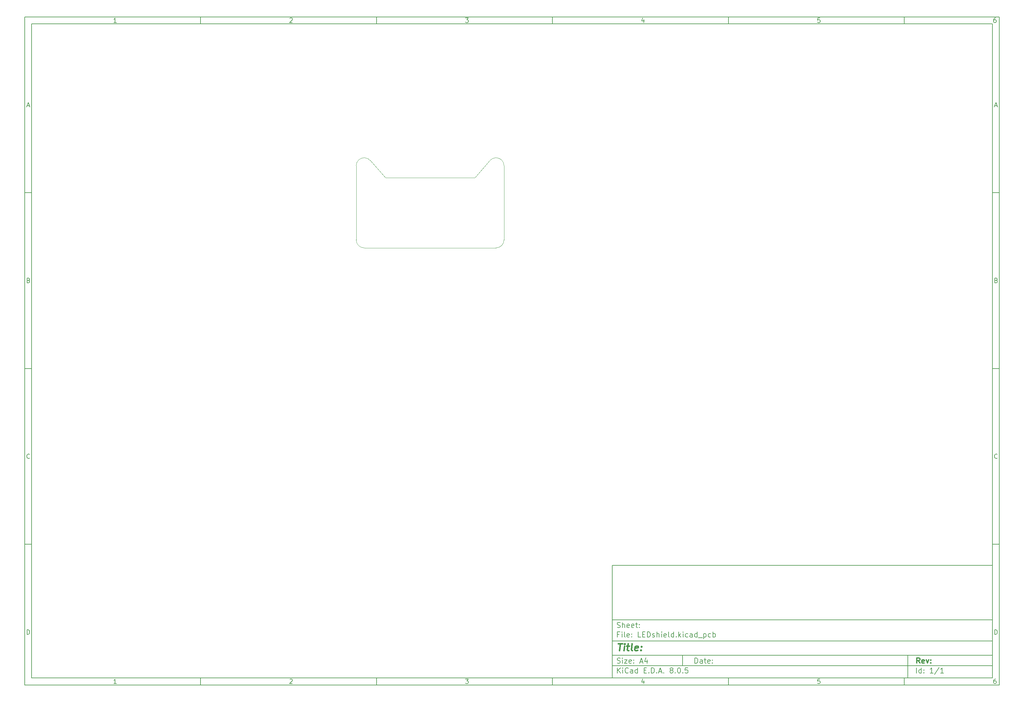
<source format=gbr>
%TF.GenerationSoftware,KiCad,Pcbnew,8.0.5*%
%TF.CreationDate,2024-11-03T22:21:08+08:00*%
%TF.ProjectId,LEDshield,4c454473-6869-4656-9c64-2e6b69636164,rev?*%
%TF.SameCoordinates,Original*%
%TF.FileFunction,Profile,NP*%
%FSLAX46Y46*%
G04 Gerber Fmt 4.6, Leading zero omitted, Abs format (unit mm)*
G04 Created by KiCad (PCBNEW 8.0.5) date 2024-11-03 22:21:08*
%MOMM*%
%LPD*%
G01*
G04 APERTURE LIST*
%ADD10C,0.100000*%
%ADD11C,0.150000*%
%ADD12C,0.300000*%
%ADD13C,0.400000*%
%TA.AperFunction,Profile*%
%ADD14C,0.050000*%
%TD*%
G04 APERTURE END LIST*
D10*
D11*
X177002200Y-166007200D02*
X285002200Y-166007200D01*
X285002200Y-198007200D01*
X177002200Y-198007200D01*
X177002200Y-166007200D01*
D10*
D11*
X10000000Y-10000000D02*
X287002200Y-10000000D01*
X287002200Y-200007200D01*
X10000000Y-200007200D01*
X10000000Y-10000000D01*
D10*
D11*
X12000000Y-12000000D02*
X285002200Y-12000000D01*
X285002200Y-198007200D01*
X12000000Y-198007200D01*
X12000000Y-12000000D01*
D10*
D11*
X60000000Y-12000000D02*
X60000000Y-10000000D01*
D10*
D11*
X110000000Y-12000000D02*
X110000000Y-10000000D01*
D10*
D11*
X160000000Y-12000000D02*
X160000000Y-10000000D01*
D10*
D11*
X210000000Y-12000000D02*
X210000000Y-10000000D01*
D10*
D11*
X260000000Y-12000000D02*
X260000000Y-10000000D01*
D10*
D11*
X36089160Y-11593604D02*
X35346303Y-11593604D01*
X35717731Y-11593604D02*
X35717731Y-10293604D01*
X35717731Y-10293604D02*
X35593922Y-10479319D01*
X35593922Y-10479319D02*
X35470112Y-10603128D01*
X35470112Y-10603128D02*
X35346303Y-10665033D01*
D10*
D11*
X85346303Y-10417414D02*
X85408207Y-10355509D01*
X85408207Y-10355509D02*
X85532017Y-10293604D01*
X85532017Y-10293604D02*
X85841541Y-10293604D01*
X85841541Y-10293604D02*
X85965350Y-10355509D01*
X85965350Y-10355509D02*
X86027255Y-10417414D01*
X86027255Y-10417414D02*
X86089160Y-10541223D01*
X86089160Y-10541223D02*
X86089160Y-10665033D01*
X86089160Y-10665033D02*
X86027255Y-10850747D01*
X86027255Y-10850747D02*
X85284398Y-11593604D01*
X85284398Y-11593604D02*
X86089160Y-11593604D01*
D10*
D11*
X135284398Y-10293604D02*
X136089160Y-10293604D01*
X136089160Y-10293604D02*
X135655826Y-10788842D01*
X135655826Y-10788842D02*
X135841541Y-10788842D01*
X135841541Y-10788842D02*
X135965350Y-10850747D01*
X135965350Y-10850747D02*
X136027255Y-10912652D01*
X136027255Y-10912652D02*
X136089160Y-11036461D01*
X136089160Y-11036461D02*
X136089160Y-11345985D01*
X136089160Y-11345985D02*
X136027255Y-11469795D01*
X136027255Y-11469795D02*
X135965350Y-11531700D01*
X135965350Y-11531700D02*
X135841541Y-11593604D01*
X135841541Y-11593604D02*
X135470112Y-11593604D01*
X135470112Y-11593604D02*
X135346303Y-11531700D01*
X135346303Y-11531700D02*
X135284398Y-11469795D01*
D10*
D11*
X185965350Y-10726938D02*
X185965350Y-11593604D01*
X185655826Y-10231700D02*
X185346303Y-11160271D01*
X185346303Y-11160271D02*
X186151064Y-11160271D01*
D10*
D11*
X236027255Y-10293604D02*
X235408207Y-10293604D01*
X235408207Y-10293604D02*
X235346303Y-10912652D01*
X235346303Y-10912652D02*
X235408207Y-10850747D01*
X235408207Y-10850747D02*
X235532017Y-10788842D01*
X235532017Y-10788842D02*
X235841541Y-10788842D01*
X235841541Y-10788842D02*
X235965350Y-10850747D01*
X235965350Y-10850747D02*
X236027255Y-10912652D01*
X236027255Y-10912652D02*
X236089160Y-11036461D01*
X236089160Y-11036461D02*
X236089160Y-11345985D01*
X236089160Y-11345985D02*
X236027255Y-11469795D01*
X236027255Y-11469795D02*
X235965350Y-11531700D01*
X235965350Y-11531700D02*
X235841541Y-11593604D01*
X235841541Y-11593604D02*
X235532017Y-11593604D01*
X235532017Y-11593604D02*
X235408207Y-11531700D01*
X235408207Y-11531700D02*
X235346303Y-11469795D01*
D10*
D11*
X285965350Y-10293604D02*
X285717731Y-10293604D01*
X285717731Y-10293604D02*
X285593922Y-10355509D01*
X285593922Y-10355509D02*
X285532017Y-10417414D01*
X285532017Y-10417414D02*
X285408207Y-10603128D01*
X285408207Y-10603128D02*
X285346303Y-10850747D01*
X285346303Y-10850747D02*
X285346303Y-11345985D01*
X285346303Y-11345985D02*
X285408207Y-11469795D01*
X285408207Y-11469795D02*
X285470112Y-11531700D01*
X285470112Y-11531700D02*
X285593922Y-11593604D01*
X285593922Y-11593604D02*
X285841541Y-11593604D01*
X285841541Y-11593604D02*
X285965350Y-11531700D01*
X285965350Y-11531700D02*
X286027255Y-11469795D01*
X286027255Y-11469795D02*
X286089160Y-11345985D01*
X286089160Y-11345985D02*
X286089160Y-11036461D01*
X286089160Y-11036461D02*
X286027255Y-10912652D01*
X286027255Y-10912652D02*
X285965350Y-10850747D01*
X285965350Y-10850747D02*
X285841541Y-10788842D01*
X285841541Y-10788842D02*
X285593922Y-10788842D01*
X285593922Y-10788842D02*
X285470112Y-10850747D01*
X285470112Y-10850747D02*
X285408207Y-10912652D01*
X285408207Y-10912652D02*
X285346303Y-11036461D01*
D10*
D11*
X60000000Y-198007200D02*
X60000000Y-200007200D01*
D10*
D11*
X110000000Y-198007200D02*
X110000000Y-200007200D01*
D10*
D11*
X160000000Y-198007200D02*
X160000000Y-200007200D01*
D10*
D11*
X210000000Y-198007200D02*
X210000000Y-200007200D01*
D10*
D11*
X260000000Y-198007200D02*
X260000000Y-200007200D01*
D10*
D11*
X36089160Y-199600804D02*
X35346303Y-199600804D01*
X35717731Y-199600804D02*
X35717731Y-198300804D01*
X35717731Y-198300804D02*
X35593922Y-198486519D01*
X35593922Y-198486519D02*
X35470112Y-198610328D01*
X35470112Y-198610328D02*
X35346303Y-198672233D01*
D10*
D11*
X85346303Y-198424614D02*
X85408207Y-198362709D01*
X85408207Y-198362709D02*
X85532017Y-198300804D01*
X85532017Y-198300804D02*
X85841541Y-198300804D01*
X85841541Y-198300804D02*
X85965350Y-198362709D01*
X85965350Y-198362709D02*
X86027255Y-198424614D01*
X86027255Y-198424614D02*
X86089160Y-198548423D01*
X86089160Y-198548423D02*
X86089160Y-198672233D01*
X86089160Y-198672233D02*
X86027255Y-198857947D01*
X86027255Y-198857947D02*
X85284398Y-199600804D01*
X85284398Y-199600804D02*
X86089160Y-199600804D01*
D10*
D11*
X135284398Y-198300804D02*
X136089160Y-198300804D01*
X136089160Y-198300804D02*
X135655826Y-198796042D01*
X135655826Y-198796042D02*
X135841541Y-198796042D01*
X135841541Y-198796042D02*
X135965350Y-198857947D01*
X135965350Y-198857947D02*
X136027255Y-198919852D01*
X136027255Y-198919852D02*
X136089160Y-199043661D01*
X136089160Y-199043661D02*
X136089160Y-199353185D01*
X136089160Y-199353185D02*
X136027255Y-199476995D01*
X136027255Y-199476995D02*
X135965350Y-199538900D01*
X135965350Y-199538900D02*
X135841541Y-199600804D01*
X135841541Y-199600804D02*
X135470112Y-199600804D01*
X135470112Y-199600804D02*
X135346303Y-199538900D01*
X135346303Y-199538900D02*
X135284398Y-199476995D01*
D10*
D11*
X185965350Y-198734138D02*
X185965350Y-199600804D01*
X185655826Y-198238900D02*
X185346303Y-199167471D01*
X185346303Y-199167471D02*
X186151064Y-199167471D01*
D10*
D11*
X236027255Y-198300804D02*
X235408207Y-198300804D01*
X235408207Y-198300804D02*
X235346303Y-198919852D01*
X235346303Y-198919852D02*
X235408207Y-198857947D01*
X235408207Y-198857947D02*
X235532017Y-198796042D01*
X235532017Y-198796042D02*
X235841541Y-198796042D01*
X235841541Y-198796042D02*
X235965350Y-198857947D01*
X235965350Y-198857947D02*
X236027255Y-198919852D01*
X236027255Y-198919852D02*
X236089160Y-199043661D01*
X236089160Y-199043661D02*
X236089160Y-199353185D01*
X236089160Y-199353185D02*
X236027255Y-199476995D01*
X236027255Y-199476995D02*
X235965350Y-199538900D01*
X235965350Y-199538900D02*
X235841541Y-199600804D01*
X235841541Y-199600804D02*
X235532017Y-199600804D01*
X235532017Y-199600804D02*
X235408207Y-199538900D01*
X235408207Y-199538900D02*
X235346303Y-199476995D01*
D10*
D11*
X285965350Y-198300804D02*
X285717731Y-198300804D01*
X285717731Y-198300804D02*
X285593922Y-198362709D01*
X285593922Y-198362709D02*
X285532017Y-198424614D01*
X285532017Y-198424614D02*
X285408207Y-198610328D01*
X285408207Y-198610328D02*
X285346303Y-198857947D01*
X285346303Y-198857947D02*
X285346303Y-199353185D01*
X285346303Y-199353185D02*
X285408207Y-199476995D01*
X285408207Y-199476995D02*
X285470112Y-199538900D01*
X285470112Y-199538900D02*
X285593922Y-199600804D01*
X285593922Y-199600804D02*
X285841541Y-199600804D01*
X285841541Y-199600804D02*
X285965350Y-199538900D01*
X285965350Y-199538900D02*
X286027255Y-199476995D01*
X286027255Y-199476995D02*
X286089160Y-199353185D01*
X286089160Y-199353185D02*
X286089160Y-199043661D01*
X286089160Y-199043661D02*
X286027255Y-198919852D01*
X286027255Y-198919852D02*
X285965350Y-198857947D01*
X285965350Y-198857947D02*
X285841541Y-198796042D01*
X285841541Y-198796042D02*
X285593922Y-198796042D01*
X285593922Y-198796042D02*
X285470112Y-198857947D01*
X285470112Y-198857947D02*
X285408207Y-198919852D01*
X285408207Y-198919852D02*
X285346303Y-199043661D01*
D10*
D11*
X10000000Y-60000000D02*
X12000000Y-60000000D01*
D10*
D11*
X10000000Y-110000000D02*
X12000000Y-110000000D01*
D10*
D11*
X10000000Y-160000000D02*
X12000000Y-160000000D01*
D10*
D11*
X10690476Y-35222176D02*
X11309523Y-35222176D01*
X10566666Y-35593604D02*
X10999999Y-34293604D01*
X10999999Y-34293604D02*
X11433333Y-35593604D01*
D10*
D11*
X11092857Y-84912652D02*
X11278571Y-84974557D01*
X11278571Y-84974557D02*
X11340476Y-85036461D01*
X11340476Y-85036461D02*
X11402380Y-85160271D01*
X11402380Y-85160271D02*
X11402380Y-85345985D01*
X11402380Y-85345985D02*
X11340476Y-85469795D01*
X11340476Y-85469795D02*
X11278571Y-85531700D01*
X11278571Y-85531700D02*
X11154761Y-85593604D01*
X11154761Y-85593604D02*
X10659523Y-85593604D01*
X10659523Y-85593604D02*
X10659523Y-84293604D01*
X10659523Y-84293604D02*
X11092857Y-84293604D01*
X11092857Y-84293604D02*
X11216666Y-84355509D01*
X11216666Y-84355509D02*
X11278571Y-84417414D01*
X11278571Y-84417414D02*
X11340476Y-84541223D01*
X11340476Y-84541223D02*
X11340476Y-84665033D01*
X11340476Y-84665033D02*
X11278571Y-84788842D01*
X11278571Y-84788842D02*
X11216666Y-84850747D01*
X11216666Y-84850747D02*
X11092857Y-84912652D01*
X11092857Y-84912652D02*
X10659523Y-84912652D01*
D10*
D11*
X11402380Y-135469795D02*
X11340476Y-135531700D01*
X11340476Y-135531700D02*
X11154761Y-135593604D01*
X11154761Y-135593604D02*
X11030952Y-135593604D01*
X11030952Y-135593604D02*
X10845238Y-135531700D01*
X10845238Y-135531700D02*
X10721428Y-135407890D01*
X10721428Y-135407890D02*
X10659523Y-135284080D01*
X10659523Y-135284080D02*
X10597619Y-135036461D01*
X10597619Y-135036461D02*
X10597619Y-134850747D01*
X10597619Y-134850747D02*
X10659523Y-134603128D01*
X10659523Y-134603128D02*
X10721428Y-134479319D01*
X10721428Y-134479319D02*
X10845238Y-134355509D01*
X10845238Y-134355509D02*
X11030952Y-134293604D01*
X11030952Y-134293604D02*
X11154761Y-134293604D01*
X11154761Y-134293604D02*
X11340476Y-134355509D01*
X11340476Y-134355509D02*
X11402380Y-134417414D01*
D10*
D11*
X10659523Y-185593604D02*
X10659523Y-184293604D01*
X10659523Y-184293604D02*
X10969047Y-184293604D01*
X10969047Y-184293604D02*
X11154761Y-184355509D01*
X11154761Y-184355509D02*
X11278571Y-184479319D01*
X11278571Y-184479319D02*
X11340476Y-184603128D01*
X11340476Y-184603128D02*
X11402380Y-184850747D01*
X11402380Y-184850747D02*
X11402380Y-185036461D01*
X11402380Y-185036461D02*
X11340476Y-185284080D01*
X11340476Y-185284080D02*
X11278571Y-185407890D01*
X11278571Y-185407890D02*
X11154761Y-185531700D01*
X11154761Y-185531700D02*
X10969047Y-185593604D01*
X10969047Y-185593604D02*
X10659523Y-185593604D01*
D10*
D11*
X287002200Y-60000000D02*
X285002200Y-60000000D01*
D10*
D11*
X287002200Y-110000000D02*
X285002200Y-110000000D01*
D10*
D11*
X287002200Y-160000000D02*
X285002200Y-160000000D01*
D10*
D11*
X285692676Y-35222176D02*
X286311723Y-35222176D01*
X285568866Y-35593604D02*
X286002199Y-34293604D01*
X286002199Y-34293604D02*
X286435533Y-35593604D01*
D10*
D11*
X286095057Y-84912652D02*
X286280771Y-84974557D01*
X286280771Y-84974557D02*
X286342676Y-85036461D01*
X286342676Y-85036461D02*
X286404580Y-85160271D01*
X286404580Y-85160271D02*
X286404580Y-85345985D01*
X286404580Y-85345985D02*
X286342676Y-85469795D01*
X286342676Y-85469795D02*
X286280771Y-85531700D01*
X286280771Y-85531700D02*
X286156961Y-85593604D01*
X286156961Y-85593604D02*
X285661723Y-85593604D01*
X285661723Y-85593604D02*
X285661723Y-84293604D01*
X285661723Y-84293604D02*
X286095057Y-84293604D01*
X286095057Y-84293604D02*
X286218866Y-84355509D01*
X286218866Y-84355509D02*
X286280771Y-84417414D01*
X286280771Y-84417414D02*
X286342676Y-84541223D01*
X286342676Y-84541223D02*
X286342676Y-84665033D01*
X286342676Y-84665033D02*
X286280771Y-84788842D01*
X286280771Y-84788842D02*
X286218866Y-84850747D01*
X286218866Y-84850747D02*
X286095057Y-84912652D01*
X286095057Y-84912652D02*
X285661723Y-84912652D01*
D10*
D11*
X286404580Y-135469795D02*
X286342676Y-135531700D01*
X286342676Y-135531700D02*
X286156961Y-135593604D01*
X286156961Y-135593604D02*
X286033152Y-135593604D01*
X286033152Y-135593604D02*
X285847438Y-135531700D01*
X285847438Y-135531700D02*
X285723628Y-135407890D01*
X285723628Y-135407890D02*
X285661723Y-135284080D01*
X285661723Y-135284080D02*
X285599819Y-135036461D01*
X285599819Y-135036461D02*
X285599819Y-134850747D01*
X285599819Y-134850747D02*
X285661723Y-134603128D01*
X285661723Y-134603128D02*
X285723628Y-134479319D01*
X285723628Y-134479319D02*
X285847438Y-134355509D01*
X285847438Y-134355509D02*
X286033152Y-134293604D01*
X286033152Y-134293604D02*
X286156961Y-134293604D01*
X286156961Y-134293604D02*
X286342676Y-134355509D01*
X286342676Y-134355509D02*
X286404580Y-134417414D01*
D10*
D11*
X285661723Y-185593604D02*
X285661723Y-184293604D01*
X285661723Y-184293604D02*
X285971247Y-184293604D01*
X285971247Y-184293604D02*
X286156961Y-184355509D01*
X286156961Y-184355509D02*
X286280771Y-184479319D01*
X286280771Y-184479319D02*
X286342676Y-184603128D01*
X286342676Y-184603128D02*
X286404580Y-184850747D01*
X286404580Y-184850747D02*
X286404580Y-185036461D01*
X286404580Y-185036461D02*
X286342676Y-185284080D01*
X286342676Y-185284080D02*
X286280771Y-185407890D01*
X286280771Y-185407890D02*
X286156961Y-185531700D01*
X286156961Y-185531700D02*
X285971247Y-185593604D01*
X285971247Y-185593604D02*
X285661723Y-185593604D01*
D10*
D11*
X200458026Y-193793328D02*
X200458026Y-192293328D01*
X200458026Y-192293328D02*
X200815169Y-192293328D01*
X200815169Y-192293328D02*
X201029455Y-192364757D01*
X201029455Y-192364757D02*
X201172312Y-192507614D01*
X201172312Y-192507614D02*
X201243741Y-192650471D01*
X201243741Y-192650471D02*
X201315169Y-192936185D01*
X201315169Y-192936185D02*
X201315169Y-193150471D01*
X201315169Y-193150471D02*
X201243741Y-193436185D01*
X201243741Y-193436185D02*
X201172312Y-193579042D01*
X201172312Y-193579042D02*
X201029455Y-193721900D01*
X201029455Y-193721900D02*
X200815169Y-193793328D01*
X200815169Y-193793328D02*
X200458026Y-193793328D01*
X202600884Y-193793328D02*
X202600884Y-193007614D01*
X202600884Y-193007614D02*
X202529455Y-192864757D01*
X202529455Y-192864757D02*
X202386598Y-192793328D01*
X202386598Y-192793328D02*
X202100884Y-192793328D01*
X202100884Y-192793328D02*
X201958026Y-192864757D01*
X202600884Y-193721900D02*
X202458026Y-193793328D01*
X202458026Y-193793328D02*
X202100884Y-193793328D01*
X202100884Y-193793328D02*
X201958026Y-193721900D01*
X201958026Y-193721900D02*
X201886598Y-193579042D01*
X201886598Y-193579042D02*
X201886598Y-193436185D01*
X201886598Y-193436185D02*
X201958026Y-193293328D01*
X201958026Y-193293328D02*
X202100884Y-193221900D01*
X202100884Y-193221900D02*
X202458026Y-193221900D01*
X202458026Y-193221900D02*
X202600884Y-193150471D01*
X203100884Y-192793328D02*
X203672312Y-192793328D01*
X203315169Y-192293328D02*
X203315169Y-193579042D01*
X203315169Y-193579042D02*
X203386598Y-193721900D01*
X203386598Y-193721900D02*
X203529455Y-193793328D01*
X203529455Y-193793328D02*
X203672312Y-193793328D01*
X204743741Y-193721900D02*
X204600884Y-193793328D01*
X204600884Y-193793328D02*
X204315170Y-193793328D01*
X204315170Y-193793328D02*
X204172312Y-193721900D01*
X204172312Y-193721900D02*
X204100884Y-193579042D01*
X204100884Y-193579042D02*
X204100884Y-193007614D01*
X204100884Y-193007614D02*
X204172312Y-192864757D01*
X204172312Y-192864757D02*
X204315170Y-192793328D01*
X204315170Y-192793328D02*
X204600884Y-192793328D01*
X204600884Y-192793328D02*
X204743741Y-192864757D01*
X204743741Y-192864757D02*
X204815170Y-193007614D01*
X204815170Y-193007614D02*
X204815170Y-193150471D01*
X204815170Y-193150471D02*
X204100884Y-193293328D01*
X205458026Y-193650471D02*
X205529455Y-193721900D01*
X205529455Y-193721900D02*
X205458026Y-193793328D01*
X205458026Y-193793328D02*
X205386598Y-193721900D01*
X205386598Y-193721900D02*
X205458026Y-193650471D01*
X205458026Y-193650471D02*
X205458026Y-193793328D01*
X205458026Y-192864757D02*
X205529455Y-192936185D01*
X205529455Y-192936185D02*
X205458026Y-193007614D01*
X205458026Y-193007614D02*
X205386598Y-192936185D01*
X205386598Y-192936185D02*
X205458026Y-192864757D01*
X205458026Y-192864757D02*
X205458026Y-193007614D01*
D10*
D11*
X177002200Y-194507200D02*
X285002200Y-194507200D01*
D10*
D11*
X178458026Y-196593328D02*
X178458026Y-195093328D01*
X179315169Y-196593328D02*
X178672312Y-195736185D01*
X179315169Y-195093328D02*
X178458026Y-195950471D01*
X179958026Y-196593328D02*
X179958026Y-195593328D01*
X179958026Y-195093328D02*
X179886598Y-195164757D01*
X179886598Y-195164757D02*
X179958026Y-195236185D01*
X179958026Y-195236185D02*
X180029455Y-195164757D01*
X180029455Y-195164757D02*
X179958026Y-195093328D01*
X179958026Y-195093328D02*
X179958026Y-195236185D01*
X181529455Y-196450471D02*
X181458027Y-196521900D01*
X181458027Y-196521900D02*
X181243741Y-196593328D01*
X181243741Y-196593328D02*
X181100884Y-196593328D01*
X181100884Y-196593328D02*
X180886598Y-196521900D01*
X180886598Y-196521900D02*
X180743741Y-196379042D01*
X180743741Y-196379042D02*
X180672312Y-196236185D01*
X180672312Y-196236185D02*
X180600884Y-195950471D01*
X180600884Y-195950471D02*
X180600884Y-195736185D01*
X180600884Y-195736185D02*
X180672312Y-195450471D01*
X180672312Y-195450471D02*
X180743741Y-195307614D01*
X180743741Y-195307614D02*
X180886598Y-195164757D01*
X180886598Y-195164757D02*
X181100884Y-195093328D01*
X181100884Y-195093328D02*
X181243741Y-195093328D01*
X181243741Y-195093328D02*
X181458027Y-195164757D01*
X181458027Y-195164757D02*
X181529455Y-195236185D01*
X182815170Y-196593328D02*
X182815170Y-195807614D01*
X182815170Y-195807614D02*
X182743741Y-195664757D01*
X182743741Y-195664757D02*
X182600884Y-195593328D01*
X182600884Y-195593328D02*
X182315170Y-195593328D01*
X182315170Y-195593328D02*
X182172312Y-195664757D01*
X182815170Y-196521900D02*
X182672312Y-196593328D01*
X182672312Y-196593328D02*
X182315170Y-196593328D01*
X182315170Y-196593328D02*
X182172312Y-196521900D01*
X182172312Y-196521900D02*
X182100884Y-196379042D01*
X182100884Y-196379042D02*
X182100884Y-196236185D01*
X182100884Y-196236185D02*
X182172312Y-196093328D01*
X182172312Y-196093328D02*
X182315170Y-196021900D01*
X182315170Y-196021900D02*
X182672312Y-196021900D01*
X182672312Y-196021900D02*
X182815170Y-195950471D01*
X184172313Y-196593328D02*
X184172313Y-195093328D01*
X184172313Y-196521900D02*
X184029455Y-196593328D01*
X184029455Y-196593328D02*
X183743741Y-196593328D01*
X183743741Y-196593328D02*
X183600884Y-196521900D01*
X183600884Y-196521900D02*
X183529455Y-196450471D01*
X183529455Y-196450471D02*
X183458027Y-196307614D01*
X183458027Y-196307614D02*
X183458027Y-195879042D01*
X183458027Y-195879042D02*
X183529455Y-195736185D01*
X183529455Y-195736185D02*
X183600884Y-195664757D01*
X183600884Y-195664757D02*
X183743741Y-195593328D01*
X183743741Y-195593328D02*
X184029455Y-195593328D01*
X184029455Y-195593328D02*
X184172313Y-195664757D01*
X186029455Y-195807614D02*
X186529455Y-195807614D01*
X186743741Y-196593328D02*
X186029455Y-196593328D01*
X186029455Y-196593328D02*
X186029455Y-195093328D01*
X186029455Y-195093328D02*
X186743741Y-195093328D01*
X187386598Y-196450471D02*
X187458027Y-196521900D01*
X187458027Y-196521900D02*
X187386598Y-196593328D01*
X187386598Y-196593328D02*
X187315170Y-196521900D01*
X187315170Y-196521900D02*
X187386598Y-196450471D01*
X187386598Y-196450471D02*
X187386598Y-196593328D01*
X188100884Y-196593328D02*
X188100884Y-195093328D01*
X188100884Y-195093328D02*
X188458027Y-195093328D01*
X188458027Y-195093328D02*
X188672313Y-195164757D01*
X188672313Y-195164757D02*
X188815170Y-195307614D01*
X188815170Y-195307614D02*
X188886599Y-195450471D01*
X188886599Y-195450471D02*
X188958027Y-195736185D01*
X188958027Y-195736185D02*
X188958027Y-195950471D01*
X188958027Y-195950471D02*
X188886599Y-196236185D01*
X188886599Y-196236185D02*
X188815170Y-196379042D01*
X188815170Y-196379042D02*
X188672313Y-196521900D01*
X188672313Y-196521900D02*
X188458027Y-196593328D01*
X188458027Y-196593328D02*
X188100884Y-196593328D01*
X189600884Y-196450471D02*
X189672313Y-196521900D01*
X189672313Y-196521900D02*
X189600884Y-196593328D01*
X189600884Y-196593328D02*
X189529456Y-196521900D01*
X189529456Y-196521900D02*
X189600884Y-196450471D01*
X189600884Y-196450471D02*
X189600884Y-196593328D01*
X190243742Y-196164757D02*
X190958028Y-196164757D01*
X190100885Y-196593328D02*
X190600885Y-195093328D01*
X190600885Y-195093328D02*
X191100885Y-196593328D01*
X191600884Y-196450471D02*
X191672313Y-196521900D01*
X191672313Y-196521900D02*
X191600884Y-196593328D01*
X191600884Y-196593328D02*
X191529456Y-196521900D01*
X191529456Y-196521900D02*
X191600884Y-196450471D01*
X191600884Y-196450471D02*
X191600884Y-196593328D01*
X193672313Y-195736185D02*
X193529456Y-195664757D01*
X193529456Y-195664757D02*
X193458027Y-195593328D01*
X193458027Y-195593328D02*
X193386599Y-195450471D01*
X193386599Y-195450471D02*
X193386599Y-195379042D01*
X193386599Y-195379042D02*
X193458027Y-195236185D01*
X193458027Y-195236185D02*
X193529456Y-195164757D01*
X193529456Y-195164757D02*
X193672313Y-195093328D01*
X193672313Y-195093328D02*
X193958027Y-195093328D01*
X193958027Y-195093328D02*
X194100885Y-195164757D01*
X194100885Y-195164757D02*
X194172313Y-195236185D01*
X194172313Y-195236185D02*
X194243742Y-195379042D01*
X194243742Y-195379042D02*
X194243742Y-195450471D01*
X194243742Y-195450471D02*
X194172313Y-195593328D01*
X194172313Y-195593328D02*
X194100885Y-195664757D01*
X194100885Y-195664757D02*
X193958027Y-195736185D01*
X193958027Y-195736185D02*
X193672313Y-195736185D01*
X193672313Y-195736185D02*
X193529456Y-195807614D01*
X193529456Y-195807614D02*
X193458027Y-195879042D01*
X193458027Y-195879042D02*
X193386599Y-196021900D01*
X193386599Y-196021900D02*
X193386599Y-196307614D01*
X193386599Y-196307614D02*
X193458027Y-196450471D01*
X193458027Y-196450471D02*
X193529456Y-196521900D01*
X193529456Y-196521900D02*
X193672313Y-196593328D01*
X193672313Y-196593328D02*
X193958027Y-196593328D01*
X193958027Y-196593328D02*
X194100885Y-196521900D01*
X194100885Y-196521900D02*
X194172313Y-196450471D01*
X194172313Y-196450471D02*
X194243742Y-196307614D01*
X194243742Y-196307614D02*
X194243742Y-196021900D01*
X194243742Y-196021900D02*
X194172313Y-195879042D01*
X194172313Y-195879042D02*
X194100885Y-195807614D01*
X194100885Y-195807614D02*
X193958027Y-195736185D01*
X194886598Y-196450471D02*
X194958027Y-196521900D01*
X194958027Y-196521900D02*
X194886598Y-196593328D01*
X194886598Y-196593328D02*
X194815170Y-196521900D01*
X194815170Y-196521900D02*
X194886598Y-196450471D01*
X194886598Y-196450471D02*
X194886598Y-196593328D01*
X195886599Y-195093328D02*
X196029456Y-195093328D01*
X196029456Y-195093328D02*
X196172313Y-195164757D01*
X196172313Y-195164757D02*
X196243742Y-195236185D01*
X196243742Y-195236185D02*
X196315170Y-195379042D01*
X196315170Y-195379042D02*
X196386599Y-195664757D01*
X196386599Y-195664757D02*
X196386599Y-196021900D01*
X196386599Y-196021900D02*
X196315170Y-196307614D01*
X196315170Y-196307614D02*
X196243742Y-196450471D01*
X196243742Y-196450471D02*
X196172313Y-196521900D01*
X196172313Y-196521900D02*
X196029456Y-196593328D01*
X196029456Y-196593328D02*
X195886599Y-196593328D01*
X195886599Y-196593328D02*
X195743742Y-196521900D01*
X195743742Y-196521900D02*
X195672313Y-196450471D01*
X195672313Y-196450471D02*
X195600884Y-196307614D01*
X195600884Y-196307614D02*
X195529456Y-196021900D01*
X195529456Y-196021900D02*
X195529456Y-195664757D01*
X195529456Y-195664757D02*
X195600884Y-195379042D01*
X195600884Y-195379042D02*
X195672313Y-195236185D01*
X195672313Y-195236185D02*
X195743742Y-195164757D01*
X195743742Y-195164757D02*
X195886599Y-195093328D01*
X197029455Y-196450471D02*
X197100884Y-196521900D01*
X197100884Y-196521900D02*
X197029455Y-196593328D01*
X197029455Y-196593328D02*
X196958027Y-196521900D01*
X196958027Y-196521900D02*
X197029455Y-196450471D01*
X197029455Y-196450471D02*
X197029455Y-196593328D01*
X198458027Y-195093328D02*
X197743741Y-195093328D01*
X197743741Y-195093328D02*
X197672313Y-195807614D01*
X197672313Y-195807614D02*
X197743741Y-195736185D01*
X197743741Y-195736185D02*
X197886599Y-195664757D01*
X197886599Y-195664757D02*
X198243741Y-195664757D01*
X198243741Y-195664757D02*
X198386599Y-195736185D01*
X198386599Y-195736185D02*
X198458027Y-195807614D01*
X198458027Y-195807614D02*
X198529456Y-195950471D01*
X198529456Y-195950471D02*
X198529456Y-196307614D01*
X198529456Y-196307614D02*
X198458027Y-196450471D01*
X198458027Y-196450471D02*
X198386599Y-196521900D01*
X198386599Y-196521900D02*
X198243741Y-196593328D01*
X198243741Y-196593328D02*
X197886599Y-196593328D01*
X197886599Y-196593328D02*
X197743741Y-196521900D01*
X197743741Y-196521900D02*
X197672313Y-196450471D01*
D10*
D11*
X177002200Y-191507200D02*
X285002200Y-191507200D01*
D10*
D12*
X264413853Y-193785528D02*
X263913853Y-193071242D01*
X263556710Y-193785528D02*
X263556710Y-192285528D01*
X263556710Y-192285528D02*
X264128139Y-192285528D01*
X264128139Y-192285528D02*
X264270996Y-192356957D01*
X264270996Y-192356957D02*
X264342425Y-192428385D01*
X264342425Y-192428385D02*
X264413853Y-192571242D01*
X264413853Y-192571242D02*
X264413853Y-192785528D01*
X264413853Y-192785528D02*
X264342425Y-192928385D01*
X264342425Y-192928385D02*
X264270996Y-192999814D01*
X264270996Y-192999814D02*
X264128139Y-193071242D01*
X264128139Y-193071242D02*
X263556710Y-193071242D01*
X265628139Y-193714100D02*
X265485282Y-193785528D01*
X265485282Y-193785528D02*
X265199568Y-193785528D01*
X265199568Y-193785528D02*
X265056710Y-193714100D01*
X265056710Y-193714100D02*
X264985282Y-193571242D01*
X264985282Y-193571242D02*
X264985282Y-192999814D01*
X264985282Y-192999814D02*
X265056710Y-192856957D01*
X265056710Y-192856957D02*
X265199568Y-192785528D01*
X265199568Y-192785528D02*
X265485282Y-192785528D01*
X265485282Y-192785528D02*
X265628139Y-192856957D01*
X265628139Y-192856957D02*
X265699568Y-192999814D01*
X265699568Y-192999814D02*
X265699568Y-193142671D01*
X265699568Y-193142671D02*
X264985282Y-193285528D01*
X266199567Y-192785528D02*
X266556710Y-193785528D01*
X266556710Y-193785528D02*
X266913853Y-192785528D01*
X267485281Y-193642671D02*
X267556710Y-193714100D01*
X267556710Y-193714100D02*
X267485281Y-193785528D01*
X267485281Y-193785528D02*
X267413853Y-193714100D01*
X267413853Y-193714100D02*
X267485281Y-193642671D01*
X267485281Y-193642671D02*
X267485281Y-193785528D01*
X267485281Y-192856957D02*
X267556710Y-192928385D01*
X267556710Y-192928385D02*
X267485281Y-192999814D01*
X267485281Y-192999814D02*
X267413853Y-192928385D01*
X267413853Y-192928385D02*
X267485281Y-192856957D01*
X267485281Y-192856957D02*
X267485281Y-192999814D01*
D10*
D11*
X178386598Y-193721900D02*
X178600884Y-193793328D01*
X178600884Y-193793328D02*
X178958026Y-193793328D01*
X178958026Y-193793328D02*
X179100884Y-193721900D01*
X179100884Y-193721900D02*
X179172312Y-193650471D01*
X179172312Y-193650471D02*
X179243741Y-193507614D01*
X179243741Y-193507614D02*
X179243741Y-193364757D01*
X179243741Y-193364757D02*
X179172312Y-193221900D01*
X179172312Y-193221900D02*
X179100884Y-193150471D01*
X179100884Y-193150471D02*
X178958026Y-193079042D01*
X178958026Y-193079042D02*
X178672312Y-193007614D01*
X178672312Y-193007614D02*
X178529455Y-192936185D01*
X178529455Y-192936185D02*
X178458026Y-192864757D01*
X178458026Y-192864757D02*
X178386598Y-192721900D01*
X178386598Y-192721900D02*
X178386598Y-192579042D01*
X178386598Y-192579042D02*
X178458026Y-192436185D01*
X178458026Y-192436185D02*
X178529455Y-192364757D01*
X178529455Y-192364757D02*
X178672312Y-192293328D01*
X178672312Y-192293328D02*
X179029455Y-192293328D01*
X179029455Y-192293328D02*
X179243741Y-192364757D01*
X179886597Y-193793328D02*
X179886597Y-192793328D01*
X179886597Y-192293328D02*
X179815169Y-192364757D01*
X179815169Y-192364757D02*
X179886597Y-192436185D01*
X179886597Y-192436185D02*
X179958026Y-192364757D01*
X179958026Y-192364757D02*
X179886597Y-192293328D01*
X179886597Y-192293328D02*
X179886597Y-192436185D01*
X180458026Y-192793328D02*
X181243741Y-192793328D01*
X181243741Y-192793328D02*
X180458026Y-193793328D01*
X180458026Y-193793328D02*
X181243741Y-193793328D01*
X182386598Y-193721900D02*
X182243741Y-193793328D01*
X182243741Y-193793328D02*
X181958027Y-193793328D01*
X181958027Y-193793328D02*
X181815169Y-193721900D01*
X181815169Y-193721900D02*
X181743741Y-193579042D01*
X181743741Y-193579042D02*
X181743741Y-193007614D01*
X181743741Y-193007614D02*
X181815169Y-192864757D01*
X181815169Y-192864757D02*
X181958027Y-192793328D01*
X181958027Y-192793328D02*
X182243741Y-192793328D01*
X182243741Y-192793328D02*
X182386598Y-192864757D01*
X182386598Y-192864757D02*
X182458027Y-193007614D01*
X182458027Y-193007614D02*
X182458027Y-193150471D01*
X182458027Y-193150471D02*
X181743741Y-193293328D01*
X183100883Y-193650471D02*
X183172312Y-193721900D01*
X183172312Y-193721900D02*
X183100883Y-193793328D01*
X183100883Y-193793328D02*
X183029455Y-193721900D01*
X183029455Y-193721900D02*
X183100883Y-193650471D01*
X183100883Y-193650471D02*
X183100883Y-193793328D01*
X183100883Y-192864757D02*
X183172312Y-192936185D01*
X183172312Y-192936185D02*
X183100883Y-193007614D01*
X183100883Y-193007614D02*
X183029455Y-192936185D01*
X183029455Y-192936185D02*
X183100883Y-192864757D01*
X183100883Y-192864757D02*
X183100883Y-193007614D01*
X184886598Y-193364757D02*
X185600884Y-193364757D01*
X184743741Y-193793328D02*
X185243741Y-192293328D01*
X185243741Y-192293328D02*
X185743741Y-193793328D01*
X186886598Y-192793328D02*
X186886598Y-193793328D01*
X186529455Y-192221900D02*
X186172312Y-193293328D01*
X186172312Y-193293328D02*
X187100883Y-193293328D01*
D10*
D11*
X263458026Y-196593328D02*
X263458026Y-195093328D01*
X264815170Y-196593328D02*
X264815170Y-195093328D01*
X264815170Y-196521900D02*
X264672312Y-196593328D01*
X264672312Y-196593328D02*
X264386598Y-196593328D01*
X264386598Y-196593328D02*
X264243741Y-196521900D01*
X264243741Y-196521900D02*
X264172312Y-196450471D01*
X264172312Y-196450471D02*
X264100884Y-196307614D01*
X264100884Y-196307614D02*
X264100884Y-195879042D01*
X264100884Y-195879042D02*
X264172312Y-195736185D01*
X264172312Y-195736185D02*
X264243741Y-195664757D01*
X264243741Y-195664757D02*
X264386598Y-195593328D01*
X264386598Y-195593328D02*
X264672312Y-195593328D01*
X264672312Y-195593328D02*
X264815170Y-195664757D01*
X265529455Y-196450471D02*
X265600884Y-196521900D01*
X265600884Y-196521900D02*
X265529455Y-196593328D01*
X265529455Y-196593328D02*
X265458027Y-196521900D01*
X265458027Y-196521900D02*
X265529455Y-196450471D01*
X265529455Y-196450471D02*
X265529455Y-196593328D01*
X265529455Y-195664757D02*
X265600884Y-195736185D01*
X265600884Y-195736185D02*
X265529455Y-195807614D01*
X265529455Y-195807614D02*
X265458027Y-195736185D01*
X265458027Y-195736185D02*
X265529455Y-195664757D01*
X265529455Y-195664757D02*
X265529455Y-195807614D01*
X268172313Y-196593328D02*
X267315170Y-196593328D01*
X267743741Y-196593328D02*
X267743741Y-195093328D01*
X267743741Y-195093328D02*
X267600884Y-195307614D01*
X267600884Y-195307614D02*
X267458027Y-195450471D01*
X267458027Y-195450471D02*
X267315170Y-195521900D01*
X269886598Y-195021900D02*
X268600884Y-196950471D01*
X271172313Y-196593328D02*
X270315170Y-196593328D01*
X270743741Y-196593328D02*
X270743741Y-195093328D01*
X270743741Y-195093328D02*
X270600884Y-195307614D01*
X270600884Y-195307614D02*
X270458027Y-195450471D01*
X270458027Y-195450471D02*
X270315170Y-195521900D01*
D10*
D11*
X177002200Y-187507200D02*
X285002200Y-187507200D01*
D10*
D13*
X178693928Y-188211638D02*
X179836785Y-188211638D01*
X179015357Y-190211638D02*
X179265357Y-188211638D01*
X180253452Y-190211638D02*
X180420119Y-188878304D01*
X180503452Y-188211638D02*
X180396309Y-188306876D01*
X180396309Y-188306876D02*
X180479643Y-188402114D01*
X180479643Y-188402114D02*
X180586786Y-188306876D01*
X180586786Y-188306876D02*
X180503452Y-188211638D01*
X180503452Y-188211638D02*
X180479643Y-188402114D01*
X181086786Y-188878304D02*
X181848690Y-188878304D01*
X181455833Y-188211638D02*
X181241548Y-189925923D01*
X181241548Y-189925923D02*
X181312976Y-190116400D01*
X181312976Y-190116400D02*
X181491548Y-190211638D01*
X181491548Y-190211638D02*
X181682024Y-190211638D01*
X182634405Y-190211638D02*
X182455833Y-190116400D01*
X182455833Y-190116400D02*
X182384405Y-189925923D01*
X182384405Y-189925923D02*
X182598690Y-188211638D01*
X184170119Y-190116400D02*
X183967738Y-190211638D01*
X183967738Y-190211638D02*
X183586785Y-190211638D01*
X183586785Y-190211638D02*
X183408214Y-190116400D01*
X183408214Y-190116400D02*
X183336785Y-189925923D01*
X183336785Y-189925923D02*
X183432024Y-189164019D01*
X183432024Y-189164019D02*
X183551071Y-188973542D01*
X183551071Y-188973542D02*
X183753452Y-188878304D01*
X183753452Y-188878304D02*
X184134404Y-188878304D01*
X184134404Y-188878304D02*
X184312976Y-188973542D01*
X184312976Y-188973542D02*
X184384404Y-189164019D01*
X184384404Y-189164019D02*
X184360595Y-189354495D01*
X184360595Y-189354495D02*
X183384404Y-189544971D01*
X185134405Y-190021161D02*
X185217738Y-190116400D01*
X185217738Y-190116400D02*
X185110595Y-190211638D01*
X185110595Y-190211638D02*
X185027262Y-190116400D01*
X185027262Y-190116400D02*
X185134405Y-190021161D01*
X185134405Y-190021161D02*
X185110595Y-190211638D01*
X185265357Y-188973542D02*
X185348690Y-189068780D01*
X185348690Y-189068780D02*
X185241548Y-189164019D01*
X185241548Y-189164019D02*
X185158214Y-189068780D01*
X185158214Y-189068780D02*
X185265357Y-188973542D01*
X185265357Y-188973542D02*
X185241548Y-189164019D01*
D10*
D11*
X178958026Y-185607614D02*
X178458026Y-185607614D01*
X178458026Y-186393328D02*
X178458026Y-184893328D01*
X178458026Y-184893328D02*
X179172312Y-184893328D01*
X179743740Y-186393328D02*
X179743740Y-185393328D01*
X179743740Y-184893328D02*
X179672312Y-184964757D01*
X179672312Y-184964757D02*
X179743740Y-185036185D01*
X179743740Y-185036185D02*
X179815169Y-184964757D01*
X179815169Y-184964757D02*
X179743740Y-184893328D01*
X179743740Y-184893328D02*
X179743740Y-185036185D01*
X180672312Y-186393328D02*
X180529455Y-186321900D01*
X180529455Y-186321900D02*
X180458026Y-186179042D01*
X180458026Y-186179042D02*
X180458026Y-184893328D01*
X181815169Y-186321900D02*
X181672312Y-186393328D01*
X181672312Y-186393328D02*
X181386598Y-186393328D01*
X181386598Y-186393328D02*
X181243740Y-186321900D01*
X181243740Y-186321900D02*
X181172312Y-186179042D01*
X181172312Y-186179042D02*
X181172312Y-185607614D01*
X181172312Y-185607614D02*
X181243740Y-185464757D01*
X181243740Y-185464757D02*
X181386598Y-185393328D01*
X181386598Y-185393328D02*
X181672312Y-185393328D01*
X181672312Y-185393328D02*
X181815169Y-185464757D01*
X181815169Y-185464757D02*
X181886598Y-185607614D01*
X181886598Y-185607614D02*
X181886598Y-185750471D01*
X181886598Y-185750471D02*
X181172312Y-185893328D01*
X182529454Y-186250471D02*
X182600883Y-186321900D01*
X182600883Y-186321900D02*
X182529454Y-186393328D01*
X182529454Y-186393328D02*
X182458026Y-186321900D01*
X182458026Y-186321900D02*
X182529454Y-186250471D01*
X182529454Y-186250471D02*
X182529454Y-186393328D01*
X182529454Y-185464757D02*
X182600883Y-185536185D01*
X182600883Y-185536185D02*
X182529454Y-185607614D01*
X182529454Y-185607614D02*
X182458026Y-185536185D01*
X182458026Y-185536185D02*
X182529454Y-185464757D01*
X182529454Y-185464757D02*
X182529454Y-185607614D01*
X185100883Y-186393328D02*
X184386597Y-186393328D01*
X184386597Y-186393328D02*
X184386597Y-184893328D01*
X185600883Y-185607614D02*
X186100883Y-185607614D01*
X186315169Y-186393328D02*
X185600883Y-186393328D01*
X185600883Y-186393328D02*
X185600883Y-184893328D01*
X185600883Y-184893328D02*
X186315169Y-184893328D01*
X186958026Y-186393328D02*
X186958026Y-184893328D01*
X186958026Y-184893328D02*
X187315169Y-184893328D01*
X187315169Y-184893328D02*
X187529455Y-184964757D01*
X187529455Y-184964757D02*
X187672312Y-185107614D01*
X187672312Y-185107614D02*
X187743741Y-185250471D01*
X187743741Y-185250471D02*
X187815169Y-185536185D01*
X187815169Y-185536185D02*
X187815169Y-185750471D01*
X187815169Y-185750471D02*
X187743741Y-186036185D01*
X187743741Y-186036185D02*
X187672312Y-186179042D01*
X187672312Y-186179042D02*
X187529455Y-186321900D01*
X187529455Y-186321900D02*
X187315169Y-186393328D01*
X187315169Y-186393328D02*
X186958026Y-186393328D01*
X188386598Y-186321900D02*
X188529455Y-186393328D01*
X188529455Y-186393328D02*
X188815169Y-186393328D01*
X188815169Y-186393328D02*
X188958026Y-186321900D01*
X188958026Y-186321900D02*
X189029455Y-186179042D01*
X189029455Y-186179042D02*
X189029455Y-186107614D01*
X189029455Y-186107614D02*
X188958026Y-185964757D01*
X188958026Y-185964757D02*
X188815169Y-185893328D01*
X188815169Y-185893328D02*
X188600884Y-185893328D01*
X188600884Y-185893328D02*
X188458026Y-185821900D01*
X188458026Y-185821900D02*
X188386598Y-185679042D01*
X188386598Y-185679042D02*
X188386598Y-185607614D01*
X188386598Y-185607614D02*
X188458026Y-185464757D01*
X188458026Y-185464757D02*
X188600884Y-185393328D01*
X188600884Y-185393328D02*
X188815169Y-185393328D01*
X188815169Y-185393328D02*
X188958026Y-185464757D01*
X189672312Y-186393328D02*
X189672312Y-184893328D01*
X190315170Y-186393328D02*
X190315170Y-185607614D01*
X190315170Y-185607614D02*
X190243741Y-185464757D01*
X190243741Y-185464757D02*
X190100884Y-185393328D01*
X190100884Y-185393328D02*
X189886598Y-185393328D01*
X189886598Y-185393328D02*
X189743741Y-185464757D01*
X189743741Y-185464757D02*
X189672312Y-185536185D01*
X191029455Y-186393328D02*
X191029455Y-185393328D01*
X191029455Y-184893328D02*
X190958027Y-184964757D01*
X190958027Y-184964757D02*
X191029455Y-185036185D01*
X191029455Y-185036185D02*
X191100884Y-184964757D01*
X191100884Y-184964757D02*
X191029455Y-184893328D01*
X191029455Y-184893328D02*
X191029455Y-185036185D01*
X192315170Y-186321900D02*
X192172313Y-186393328D01*
X192172313Y-186393328D02*
X191886599Y-186393328D01*
X191886599Y-186393328D02*
X191743741Y-186321900D01*
X191743741Y-186321900D02*
X191672313Y-186179042D01*
X191672313Y-186179042D02*
X191672313Y-185607614D01*
X191672313Y-185607614D02*
X191743741Y-185464757D01*
X191743741Y-185464757D02*
X191886599Y-185393328D01*
X191886599Y-185393328D02*
X192172313Y-185393328D01*
X192172313Y-185393328D02*
X192315170Y-185464757D01*
X192315170Y-185464757D02*
X192386599Y-185607614D01*
X192386599Y-185607614D02*
X192386599Y-185750471D01*
X192386599Y-185750471D02*
X191672313Y-185893328D01*
X193243741Y-186393328D02*
X193100884Y-186321900D01*
X193100884Y-186321900D02*
X193029455Y-186179042D01*
X193029455Y-186179042D02*
X193029455Y-184893328D01*
X194458027Y-186393328D02*
X194458027Y-184893328D01*
X194458027Y-186321900D02*
X194315169Y-186393328D01*
X194315169Y-186393328D02*
X194029455Y-186393328D01*
X194029455Y-186393328D02*
X193886598Y-186321900D01*
X193886598Y-186321900D02*
X193815169Y-186250471D01*
X193815169Y-186250471D02*
X193743741Y-186107614D01*
X193743741Y-186107614D02*
X193743741Y-185679042D01*
X193743741Y-185679042D02*
X193815169Y-185536185D01*
X193815169Y-185536185D02*
X193886598Y-185464757D01*
X193886598Y-185464757D02*
X194029455Y-185393328D01*
X194029455Y-185393328D02*
X194315169Y-185393328D01*
X194315169Y-185393328D02*
X194458027Y-185464757D01*
X195172312Y-186250471D02*
X195243741Y-186321900D01*
X195243741Y-186321900D02*
X195172312Y-186393328D01*
X195172312Y-186393328D02*
X195100884Y-186321900D01*
X195100884Y-186321900D02*
X195172312Y-186250471D01*
X195172312Y-186250471D02*
X195172312Y-186393328D01*
X195886598Y-186393328D02*
X195886598Y-184893328D01*
X196029456Y-185821900D02*
X196458027Y-186393328D01*
X196458027Y-185393328D02*
X195886598Y-185964757D01*
X197100884Y-186393328D02*
X197100884Y-185393328D01*
X197100884Y-184893328D02*
X197029456Y-184964757D01*
X197029456Y-184964757D02*
X197100884Y-185036185D01*
X197100884Y-185036185D02*
X197172313Y-184964757D01*
X197172313Y-184964757D02*
X197100884Y-184893328D01*
X197100884Y-184893328D02*
X197100884Y-185036185D01*
X198458028Y-186321900D02*
X198315170Y-186393328D01*
X198315170Y-186393328D02*
X198029456Y-186393328D01*
X198029456Y-186393328D02*
X197886599Y-186321900D01*
X197886599Y-186321900D02*
X197815170Y-186250471D01*
X197815170Y-186250471D02*
X197743742Y-186107614D01*
X197743742Y-186107614D02*
X197743742Y-185679042D01*
X197743742Y-185679042D02*
X197815170Y-185536185D01*
X197815170Y-185536185D02*
X197886599Y-185464757D01*
X197886599Y-185464757D02*
X198029456Y-185393328D01*
X198029456Y-185393328D02*
X198315170Y-185393328D01*
X198315170Y-185393328D02*
X198458028Y-185464757D01*
X199743742Y-186393328D02*
X199743742Y-185607614D01*
X199743742Y-185607614D02*
X199672313Y-185464757D01*
X199672313Y-185464757D02*
X199529456Y-185393328D01*
X199529456Y-185393328D02*
X199243742Y-185393328D01*
X199243742Y-185393328D02*
X199100884Y-185464757D01*
X199743742Y-186321900D02*
X199600884Y-186393328D01*
X199600884Y-186393328D02*
X199243742Y-186393328D01*
X199243742Y-186393328D02*
X199100884Y-186321900D01*
X199100884Y-186321900D02*
X199029456Y-186179042D01*
X199029456Y-186179042D02*
X199029456Y-186036185D01*
X199029456Y-186036185D02*
X199100884Y-185893328D01*
X199100884Y-185893328D02*
X199243742Y-185821900D01*
X199243742Y-185821900D02*
X199600884Y-185821900D01*
X199600884Y-185821900D02*
X199743742Y-185750471D01*
X201100885Y-186393328D02*
X201100885Y-184893328D01*
X201100885Y-186321900D02*
X200958027Y-186393328D01*
X200958027Y-186393328D02*
X200672313Y-186393328D01*
X200672313Y-186393328D02*
X200529456Y-186321900D01*
X200529456Y-186321900D02*
X200458027Y-186250471D01*
X200458027Y-186250471D02*
X200386599Y-186107614D01*
X200386599Y-186107614D02*
X200386599Y-185679042D01*
X200386599Y-185679042D02*
X200458027Y-185536185D01*
X200458027Y-185536185D02*
X200529456Y-185464757D01*
X200529456Y-185464757D02*
X200672313Y-185393328D01*
X200672313Y-185393328D02*
X200958027Y-185393328D01*
X200958027Y-185393328D02*
X201100885Y-185464757D01*
X201458028Y-186536185D02*
X202600885Y-186536185D01*
X202958027Y-185393328D02*
X202958027Y-186893328D01*
X202958027Y-185464757D02*
X203100885Y-185393328D01*
X203100885Y-185393328D02*
X203386599Y-185393328D01*
X203386599Y-185393328D02*
X203529456Y-185464757D01*
X203529456Y-185464757D02*
X203600885Y-185536185D01*
X203600885Y-185536185D02*
X203672313Y-185679042D01*
X203672313Y-185679042D02*
X203672313Y-186107614D01*
X203672313Y-186107614D02*
X203600885Y-186250471D01*
X203600885Y-186250471D02*
X203529456Y-186321900D01*
X203529456Y-186321900D02*
X203386599Y-186393328D01*
X203386599Y-186393328D02*
X203100885Y-186393328D01*
X203100885Y-186393328D02*
X202958027Y-186321900D01*
X204958028Y-186321900D02*
X204815170Y-186393328D01*
X204815170Y-186393328D02*
X204529456Y-186393328D01*
X204529456Y-186393328D02*
X204386599Y-186321900D01*
X204386599Y-186321900D02*
X204315170Y-186250471D01*
X204315170Y-186250471D02*
X204243742Y-186107614D01*
X204243742Y-186107614D02*
X204243742Y-185679042D01*
X204243742Y-185679042D02*
X204315170Y-185536185D01*
X204315170Y-185536185D02*
X204386599Y-185464757D01*
X204386599Y-185464757D02*
X204529456Y-185393328D01*
X204529456Y-185393328D02*
X204815170Y-185393328D01*
X204815170Y-185393328D02*
X204958028Y-185464757D01*
X205600884Y-186393328D02*
X205600884Y-184893328D01*
X205600884Y-185464757D02*
X205743742Y-185393328D01*
X205743742Y-185393328D02*
X206029456Y-185393328D01*
X206029456Y-185393328D02*
X206172313Y-185464757D01*
X206172313Y-185464757D02*
X206243742Y-185536185D01*
X206243742Y-185536185D02*
X206315170Y-185679042D01*
X206315170Y-185679042D02*
X206315170Y-186107614D01*
X206315170Y-186107614D02*
X206243742Y-186250471D01*
X206243742Y-186250471D02*
X206172313Y-186321900D01*
X206172313Y-186321900D02*
X206029456Y-186393328D01*
X206029456Y-186393328D02*
X205743742Y-186393328D01*
X205743742Y-186393328D02*
X205600884Y-186321900D01*
D10*
D11*
X177002200Y-181507200D02*
X285002200Y-181507200D01*
D10*
D11*
X178386598Y-183621900D02*
X178600884Y-183693328D01*
X178600884Y-183693328D02*
X178958026Y-183693328D01*
X178958026Y-183693328D02*
X179100884Y-183621900D01*
X179100884Y-183621900D02*
X179172312Y-183550471D01*
X179172312Y-183550471D02*
X179243741Y-183407614D01*
X179243741Y-183407614D02*
X179243741Y-183264757D01*
X179243741Y-183264757D02*
X179172312Y-183121900D01*
X179172312Y-183121900D02*
X179100884Y-183050471D01*
X179100884Y-183050471D02*
X178958026Y-182979042D01*
X178958026Y-182979042D02*
X178672312Y-182907614D01*
X178672312Y-182907614D02*
X178529455Y-182836185D01*
X178529455Y-182836185D02*
X178458026Y-182764757D01*
X178458026Y-182764757D02*
X178386598Y-182621900D01*
X178386598Y-182621900D02*
X178386598Y-182479042D01*
X178386598Y-182479042D02*
X178458026Y-182336185D01*
X178458026Y-182336185D02*
X178529455Y-182264757D01*
X178529455Y-182264757D02*
X178672312Y-182193328D01*
X178672312Y-182193328D02*
X179029455Y-182193328D01*
X179029455Y-182193328D02*
X179243741Y-182264757D01*
X179886597Y-183693328D02*
X179886597Y-182193328D01*
X180529455Y-183693328D02*
X180529455Y-182907614D01*
X180529455Y-182907614D02*
X180458026Y-182764757D01*
X180458026Y-182764757D02*
X180315169Y-182693328D01*
X180315169Y-182693328D02*
X180100883Y-182693328D01*
X180100883Y-182693328D02*
X179958026Y-182764757D01*
X179958026Y-182764757D02*
X179886597Y-182836185D01*
X181815169Y-183621900D02*
X181672312Y-183693328D01*
X181672312Y-183693328D02*
X181386598Y-183693328D01*
X181386598Y-183693328D02*
X181243740Y-183621900D01*
X181243740Y-183621900D02*
X181172312Y-183479042D01*
X181172312Y-183479042D02*
X181172312Y-182907614D01*
X181172312Y-182907614D02*
X181243740Y-182764757D01*
X181243740Y-182764757D02*
X181386598Y-182693328D01*
X181386598Y-182693328D02*
X181672312Y-182693328D01*
X181672312Y-182693328D02*
X181815169Y-182764757D01*
X181815169Y-182764757D02*
X181886598Y-182907614D01*
X181886598Y-182907614D02*
X181886598Y-183050471D01*
X181886598Y-183050471D02*
X181172312Y-183193328D01*
X183100883Y-183621900D02*
X182958026Y-183693328D01*
X182958026Y-183693328D02*
X182672312Y-183693328D01*
X182672312Y-183693328D02*
X182529454Y-183621900D01*
X182529454Y-183621900D02*
X182458026Y-183479042D01*
X182458026Y-183479042D02*
X182458026Y-182907614D01*
X182458026Y-182907614D02*
X182529454Y-182764757D01*
X182529454Y-182764757D02*
X182672312Y-182693328D01*
X182672312Y-182693328D02*
X182958026Y-182693328D01*
X182958026Y-182693328D02*
X183100883Y-182764757D01*
X183100883Y-182764757D02*
X183172312Y-182907614D01*
X183172312Y-182907614D02*
X183172312Y-183050471D01*
X183172312Y-183050471D02*
X182458026Y-183193328D01*
X183600883Y-182693328D02*
X184172311Y-182693328D01*
X183815168Y-182193328D02*
X183815168Y-183479042D01*
X183815168Y-183479042D02*
X183886597Y-183621900D01*
X183886597Y-183621900D02*
X184029454Y-183693328D01*
X184029454Y-183693328D02*
X184172311Y-183693328D01*
X184672311Y-183550471D02*
X184743740Y-183621900D01*
X184743740Y-183621900D02*
X184672311Y-183693328D01*
X184672311Y-183693328D02*
X184600883Y-183621900D01*
X184600883Y-183621900D02*
X184672311Y-183550471D01*
X184672311Y-183550471D02*
X184672311Y-183693328D01*
X184672311Y-182764757D02*
X184743740Y-182836185D01*
X184743740Y-182836185D02*
X184672311Y-182907614D01*
X184672311Y-182907614D02*
X184600883Y-182836185D01*
X184600883Y-182836185D02*
X184672311Y-182764757D01*
X184672311Y-182764757D02*
X184672311Y-182907614D01*
D10*
D11*
X197002200Y-191507200D02*
X197002200Y-194507200D01*
D10*
D11*
X261002200Y-191507200D02*
X261002200Y-198007200D01*
D14*
X141986000Y-75692000D02*
X143941800Y-75692000D01*
X146227800Y-73406000D02*
X146227800Y-52324000D01*
X112522000Y-55702200D02*
X108331000Y-50952400D01*
X104216200Y-73406000D02*
X104216200Y-52324000D01*
X106502200Y-75692000D02*
G75*
G02*
X104216200Y-73406000I0J2286000D01*
G01*
X108458000Y-75692000D02*
X106502200Y-75692000D01*
X112522000Y-55702200D02*
X137922000Y-55702200D01*
X104216200Y-52324000D02*
G75*
G02*
X106502200Y-50038000I2286000J0D01*
G01*
X137922000Y-55702200D02*
X142113000Y-50952400D01*
X143941800Y-50038000D02*
G75*
G02*
X146227800Y-52324000I0J-2286000D01*
G01*
X142113000Y-50952400D02*
G75*
G02*
X143941800Y-50038000I1828800J-1371600D01*
G01*
X108458000Y-75692000D02*
X141986000Y-75692000D01*
X146227800Y-73406000D02*
G75*
G02*
X143941800Y-75692000I-2286000J0D01*
G01*
X106502200Y-50038000D02*
G75*
G02*
X108331000Y-50952400I0J-2286000D01*
G01*
M02*

</source>
